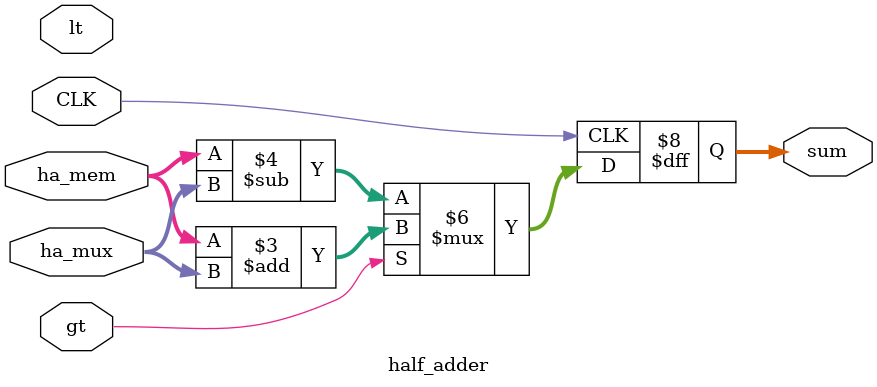
<source format=v>
`timescale 1ns / 1ps


module half_adder (ha_mem,gt,lt,ha_mux,CLK,
                   sum,);

  input CLK;
  input  [5:0]ha_mem;
  input  [0:0]gt;
  input  [0:0]lt;
  input  [5:0]ha_mux;
  output reg [5:0]sum;
  
  always @(posedge CLK)
  begin
  
  if (gt==1) begin
  sum = ha_mem + ha_mux;  // Adding
  end
  
  else begin
  sum = ha_mem - ha_mux;  // Subtract
  end
  
  end
  
endmodule 

</source>
